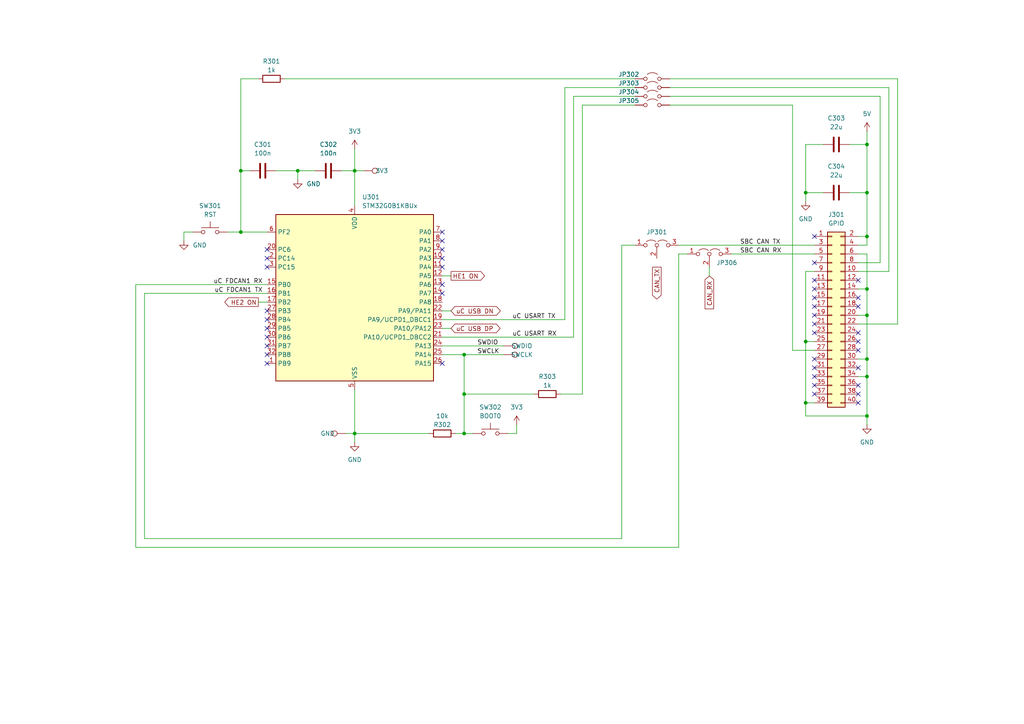
<source format=kicad_sch>
(kicad_sch (version 20250114) (generator "eeschema") (generator_version "9.0")
  (paper "A4")
  (title_block (title "EWS - Power, CANbus and USB HAT for 3D Printers") (date "2025-12-04") (rev "0.1") (company "Eduard Iten"))
  (lib_symbols
    (symbol "Connector_Generic:Conn_02x20_Odd_Even" (pin_names (offset 1.016) (hide yes))
      (property "Reference" "J" (at 1.27 25.4 0))
      (property "Value" "Conn_02x20_Odd_Even" (at 1.27 -27.94 0))
      (symbol "Conn_02x20_Odd_Even_1_1"
        (rectangle (start -1.27 24.13) (end 3.81 -26.67) (stroke (width 0.254)) (fill (type background)))
        (rectangle (start -1.27 22.987) (end 0 22.733) (stroke (width 0.1524)))
        (rectangle (start -1.27 20.447) (end 0 20.193) (stroke (width 0.1524)))
        (rectangle (start -1.27 17.907) (end 0 17.653) (stroke (width 0.1524)))
        (rectangle (start -1.27 15.367) (end 0 15.113) (stroke (width 0.1524)))
        (rectangle (start -1.27 12.827) (end 0 12.573) (stroke (width 0.1524)))
        (rectangle (start -1.27 10.287) (end 0 10.033) (stroke (width 0.1524)))
        (rectangle (start -1.27 7.747) (end 0 7.493) (stroke (width 0.1524)))
        (rectangle (start -1.27 5.207) (end 0 4.953) (stroke (width 0.1524)))
        (rectangle (start -1.27 2.667) (end 0 2.413) (stroke (width 0.1524)))
        (rectangle (start -1.27 0.127) (end 0 -0.127) (stroke (width 0.1524)))
        (rectangle (start -1.27 -2.413) (end 0 -2.667) (stroke (width 0.1524)))
        (rectangle (start -1.27 -4.953) (end 0 -5.207) (stroke (width 0.1524)))
        (rectangle (start -1.27 -7.493) (end 0 -7.747) (stroke (width 0.1524)))
        (rectangle (start -1.27 -10.033) (end 0 -10.287) (stroke (width 0.1524)))
        (rectangle (start -1.27 -12.573) (end 0 -12.827) (stroke (width 0.1524)))
        (rectangle (start -1.27 -15.113) (end 0 -15.367) (stroke (width 0.1524)))
        (rectangle (start -1.27 -17.653) (end 0 -17.907) (stroke (width 0.1524)))
        (rectangle (start -1.27 -20.193) (end 0 -20.447) (stroke (width 0.1524)))
        (rectangle (start -1.27 -22.733) (end 0 -22.987) (stroke (width 0.1524)))
        (rectangle (start -1.27 -25.273) (end 0 -25.527) (stroke (width 0.1524)))
        (rectangle (start 3.81 22.987) (end 2.54 22.733) (stroke (width 0.1524)))
        (rectangle (start 3.81 20.447) (end 2.54 20.193) (stroke (width 0.1524)))
        (rectangle (start 3.81 17.907) (end 2.54 17.653) (stroke (width 0.1524)))
        (rectangle (start 3.81 15.367) (end 2.54 15.113) (stroke (width 0.1524)))
        (rectangle (start 3.81 12.827) (end 2.54 12.573) (stroke (width 0.1524)))
        (rectangle (start 3.81 10.287) (end 2.54 10.033) (stroke (width 0.1524)))
        (rectangle (start 3.81 7.747) (end 2.54 7.493) (stroke (width 0.1524)))
        (rectangle (start 3.81 5.207) (end 2.54 4.953) (stroke (width 0.1524)))
        (rectangle (start 3.81 2.667) (end 2.54 2.413) (stroke (width 0.1524)))
        (rectangle (start 3.81 0.127) (end 2.54 -0.127) (stroke (width 0.1524)))
        (rectangle (start 3.81 -2.413) (end 2.54 -2.667) (stroke (width 0.1524)))
        (rectangle (start 3.81 -4.953) (end 2.54 -5.207) (stroke (width 0.1524)))
        (rectangle (start 3.81 -7.493) (end 2.54 -7.747) (stroke (width 0.1524)))
        (rectangle (start 3.81 -10.033) (end 2.54 -10.287) (stroke (width 0.1524)))
        (rectangle (start 3.81 -12.573) (end 2.54 -12.827) (stroke (width 0.1524)))
        (rectangle (start 3.81 -15.113) (end 2.54 -15.367) (stroke (width 0.1524)))
        (rectangle (start 3.81 -17.653) (end 2.54 -17.907) (stroke (width 0.1524)))
        (rectangle (start 3.81 -20.193) (end 2.54 -20.447) (stroke (width 0.1524)))
        (rectangle (start 3.81 -22.733) (end 2.54 -22.987) (stroke (width 0.1524)))
        (rectangle (start 3.81 -25.273) (end 2.54 -25.527) (stroke (width 0.1524)))
        (pin passive line (at -5.08 22.86 0) (length 3.81) (name "Pin_1") (number "1"))
        (pin passive line (at -5.08 20.32 0) (length 3.81) (name "Pin_3") (number "3"))
        (pin passive line (at -5.08 17.78 0) (length 3.81) (name "Pin_5") (number "5"))
        (pin passive line (at -5.08 15.24 0) (length 3.81) (name "Pin_7") (number "7"))
        (pin passive line (at -5.08 12.7 0) (length 3.81) (name "Pin_9") (number "9"))
        (pin passive line (at -5.08 10.16 0) (length 3.81) (name "Pin_11") (number "11"))
        (pin passive line (at -5.08 7.62 0) (length 3.81) (name "Pin_13") (number "13"))
        (pin passive line (at -5.08 5.08 0) (length 3.81) (name "Pin_15") (number "15"))
        (pin passive line (at -5.08 2.54 0) (length 3.81) (name "Pin_17") (number "17"))
        (pin passive line (at -5.08 0 0) (length 3.81) (name "Pin_19") (number "19"))
        (pin passive line (at -5.08 -2.54 0) (length 3.81) (name "Pin_21") (number "21"))
        (pin passive line (at -5.08 -5.08 0) (length 3.81) (name "Pin_23") (number "23"))
        (pin passive line (at -5.08 -7.62 0) (length 3.81) (name "Pin_25") (number "25"))
        (pin passive line (at -5.08 -10.16 0) (length 3.81) (name "Pin_27") (number "27"))
        (pin passive line (at -5.08 -12.7 0) (length 3.81) (name "Pin_29") (number "29"))
        (pin passive line (at -5.08 -15.24 0) (length 3.81) (name "Pin_31") (number "31"))
        (pin passive line (at -5.08 -17.78 0) (length 3.81) (name "Pin_33") (number "33"))
        (pin passive line (at -5.08 -20.32 0) (length 3.81) (name "Pin_35") (number "35"))
        (pin passive line (at -5.08 -22.86 0) (length 3.81) (name "Pin_37") (number "37"))
        (pin passive line (at -5.08 -25.4 0) (length 3.81) (name "Pin_39") (number "39"))
        (pin passive line (at 7.62 22.86 180) (length 3.81) (name "Pin_2") (number "2"))
        (pin passive line (at 7.62 20.32 180) (length 3.81) (name "Pin_4") (number "4"))
        (pin passive line (at 7.62 17.78 180) (length 3.81) (name "Pin_6") (number "6"))
        (pin passive line (at 7.62 15.24 180) (length 3.81) (name "Pin_8") (number "8"))
        (pin passive line (at 7.62 12.7 180) (length 3.81) (name "Pin_10") (number "10"))
        (pin passive line (at 7.62 10.16 180) (length 3.81) (name "Pin_12") (number "12"))
        (pin passive line (at 7.62 7.62 180) (length 3.81) (name "Pin_14") (number "14"))
        (pin passive line (at 7.62 5.08 180) (length 3.81) (name "Pin_16") (number "16"))
        (pin passive line (at 7.62 2.54 180) (length 3.81) (name "Pin_18") (number "18"))
        (pin passive line (at 7.62 0 180) (length 3.81) (name "Pin_20") (number "20"))
        (pin passive line (at 7.62 -2.54 180) (length 3.81) (name "Pin_22") (number "22"))
        (pin passive line (at 7.62 -5.08 180) (length 3.81) (name "Pin_24") (number "24"))
        (pin passive line (at 7.62 -7.62 180) (length 3.81) (name "Pin_26") (number "26"))
        (pin passive line (at 7.62 -10.16 180) (length 3.81) (name "Pin_28") (number "28"))
        (pin passive line (at 7.62 -12.7 180) (length 3.81) (name "Pin_30") (number "30"))
        (pin passive line (at 7.62 -15.24 180) (length 3.81) (name "Pin_32") (number "32"))
        (pin passive line (at 7.62 -17.78 180) (length 3.81) (name "Pin_34") (number "34"))
        (pin passive line (at 7.62 -20.32 180) (length 3.81) (name "Pin_36") (number "36"))
        (pin passive line (at 7.62 -22.86 180) (length 3.81) (name "Pin_38") (number "38"))
        (pin passive line (at 7.62 -25.4 180) (length 3.81) (name "Pin_40") (number "40"))
      )
    )
    (symbol "Device:C" (pin_numbers (hide yes)) (pin_names (offset 0.254))
      (property "Reference" "C" (at 0.635 2.54 0))
      (property "Value" "C" (at 0.635 -2.54 0))
      (symbol "C_0_1"
        (polyline (pts (xy -2.032 0.762) (xy 2.032 0.762)) (stroke (width 0.508)))
        (polyline (pts (xy -2.032 -0.762) (xy 2.032 -0.762)) (stroke (width 0.508)))
      )
      (symbol "C_1_1"
        (pin passive line (at 0 3.81 270) (length 2.794) (name "~") (number "1"))
        (pin passive line (at 0 -3.81 90) (length 2.794) (name "~") (number "2"))
      )
    )
    (symbol "Device:R" (pin_numbers (hide yes)) (pin_names (offset 0))
      (property "Reference" "R" (at 2.032 0 90))
      (property "Value" "R" (at 0 0 90))
      (symbol "R_0_1"
        (rectangle (start -1.016 -2.54) (end 1.016 2.54) (stroke (width 0.254)))
      )
      (symbol "R_1_1"
        (pin passive line (at 0 3.81 270) (length 1.27) (name "~") (number "1"))
        (pin passive line (at 0 -3.81 90) (length 1.27) (name "~") (number "2"))
      )
    )
    (symbol "Jumper:Jumper_2_Open" (pin_numbers (hide yes)) (pin_names (offset 0) (hide yes))
      (property "Reference" "JP" (at 0 2.794 0))
      (property "Value" "Jumper_2_Open" (at 0 -2.286 0))
      (symbol "Jumper_2_Open_0_0"
        (circle (center -2.032 0) (radius 0.508))
        (circle (center 2.032 0) (radius 0.508))
      )
      (symbol "Jumper_2_Open_0_1"
        (arc (start -1.524 1.27) (mid 0 1.778) (end 1.524 1.27))
      )
      (symbol "Jumper_2_Open_1_1"
        (pin passive line (at -5.08 0 0) (length 2.54) (name "A") (number "1"))
        (pin passive line (at 5.08 0 180) (length 2.54) (name "B") (number "2"))
      )
    )
    (symbol "Jumper:Jumper_3_Open" (pin_names (offset 0) (hide yes)) (in_bom no)
      (property "Reference" "JP" (at -2.54 -2.54 0))
      (property "Value" "Jumper_3_Open" (at 0 2.794 0))
      (symbol "Jumper_3_Open_0_0"
        (circle (center -3.302 0) (radius 0.508))
        (circle (center 0 0) (radius 0.508))
        (circle (center 3.302 0) (radius 0.508))
      )
      (symbol "Jumper_3_Open_0_1"
        (arc (start -3.048 1.016) (mid -1.651 1.4992) (end -0.254 1.016))
        (polyline (pts (xy 0 -0.508) (xy 0 -1.27)))
        (arc (start 0.254 1.016) (mid 1.651 1.4992) (end 3.048 1.016))
      )
      (symbol "Jumper_3_Open_1_1"
        (pin passive line (at -6.35 0 0) (length 2.54) (name "A") (number "1"))
        (pin passive line (at 0 -3.81 90) (length 2.54) (name "C") (number "2"))
        (pin passive line (at 6.35 0 180) (length 2.54) (name "B") (number "3"))
      )
    )
    (symbol "MCU_ST_STM32G0:STM32G0B1KBUx"
      (property "Reference" "U" (at -22.86 26.67 0))
      (property "Value" "STM32G0B1KBUx" (at 2.54 26.67 0))
      (symbol "STM32G0B1KBUx_0_1"
        (rectangle (start -22.86 -22.86) (end 22.86 25.4) (stroke (width 0.254)) (fill (type background)))
      )
      (symbol "STM32G0B1KBUx_1_1"
        (pin bidirectional line (at -25.4 20.32 0) (length 2.54) (name "PF2") (number "6"))
        (pin bidirectional line (at -25.4 15.24 0) (length 2.54) (name "PC6") (number "20"))
        (pin bidirectional line (at -25.4 12.7 0) (length 2.54) (name "PC14") (number "2"))
        (pin bidirectional line (at -25.4 10.16 0) (length 2.54) (name "PC15") (number "3"))
        (pin bidirectional line (at -25.4 5.08 0) (length 2.54) (name "PB0") (number "15"))
        (pin bidirectional line (at -25.4 2.54 0) (length 2.54) (name "PB1") (number "16"))
        (pin bidirectional line (at -25.4 0 0) (length 2.54) (name "PB2") (number "17"))
        (pin bidirectional line (at -25.4 -2.54 0) (length 2.54) (name "PB3") (number "27"))
        (pin bidirectional line (at -25.4 -5.08 0) (length 2.54) (name "PB4") (number "28"))
        (pin bidirectional line (at -25.4 -7.62 0) (length 2.54) (name "PB5") (number "29"))
        (pin bidirectional line (at -25.4 -10.16 0) (length 2.54) (name "PB6") (number "30"))
        (pin bidirectional line (at -25.4 -12.7 0) (length 2.54) (name "PB7") (number "31"))
        (pin bidirectional line (at -25.4 -15.24 0) (length 2.54) (name "PB8") (number "32"))
        (pin bidirectional line (at -25.4 -17.78 0) (length 2.54) (name "PB9") (number "1"))
        (pin power_in line (at 0 27.94 270) (length 2.54) (name "VDD") (number "4"))
        (pin passive line (at 0 -25.4 90) (length 2.54) (hide yes) (name "VSS") (number "33"))
        (pin power_in line (at 0 -25.4 90) (length 2.54) (name "VSS") (number "5"))
        (pin bidirectional line (at 25.4 20.32 180) (length 2.54) (name "PA0") (number "7"))
        (pin bidirectional line (at 25.4 17.78 180) (length 2.54) (name "PA1") (number "8"))
        (pin bidirectional line (at 25.4 15.24 180) (length 2.54) (name "PA2") (number "9"))
        (pin bidirectional line (at 25.4 12.7 180) (length 2.54) (name "PA3") (number "10"))
        (pin bidirectional line (at 25.4 10.16 180) (length 2.54) (name "PA4") (number "11"))
        (pin bidirectional line (at 25.4 7.62 180) (length 2.54) (name "PA5") (number "12"))
        (pin bidirectional line (at 25.4 5.08 180) (length 2.54) (name "PA6") (number "13"))
        (pin bidirectional line (at 25.4 2.54 180) (length 2.54) (name "PA7") (number "14"))
        (pin bidirectional line (at 25.4 0 180) (length 2.54) (name "PA8") (number "18"))
        (pin bidirectional line (at 25.4 -2.54 180) (length 2.54) (name "PA9/PA11") (number "22"))
        (pin bidirectional line (at 25.4 -5.08 180) (length 2.54) (name "PA9/UCPD1_DBCC1") (number "19"))
        (pin bidirectional line (at 25.4 -7.62 180) (length 2.54) (name "PA10/PA12") (number "23"))
        (pin bidirectional line (at 25.4 -10.16 180) (length 2.54) (name "PA10/UCPD1_DBCC2") (number "21"))
        (pin bidirectional line (at 25.4 -12.7 180) (length 2.54) (name "PA13") (number "24"))
        (pin bidirectional line (at 25.4 -15.24 180) (length 2.54) (name "PA14") (number "25"))
        (pin bidirectional line (at 25.4 -17.78 180) (length 2.54) (name "PA15") (number "26"))
      )
    )
    (symbol "NamedTestPoint_1" (pin_numbers (hide yes)) (pin_names (offset 0.762) (hide yes))
      (property "Value" "${SHORT_NET_NAME(1)}" (at 0 6.35 0))
      (symbol "NamedTestPoint_1_0_1"
        (circle (center 0 3.302) (radius 0.762))
      )
      (symbol "NamedTestPoint_1_1_1"
        (pin passive line (at 0 0 90) (length 2.54) (name "1") (number "1"))
      )
    )
    (symbol "Switch:SW_Push" (pin_numbers (hide yes)) (pin_names (offset 1.016) (hide yes))
      (property "Reference" "SW" (at 1.27 2.54 0))
      (property "Value" "SW_Push" (at 0 -1.524 0))
      (symbol "SW_Push_0_1"
        (circle (center -2.032 0) (radius 0.508))
        (polyline (pts (xy 0 1.27) (xy 0 3.048)))
        (circle (center 2.032 0) (radius 0.508))
        (polyline (pts (xy 2.54 1.27) (xy -2.54 1.27)))
        (pin passive line (at -5.08 0 0) (length 2.54) (name "1") (number "1"))
        (pin passive line (at 5.08 0 180) (length 2.54) (name "2") (number "2"))
      )
    )
    (symbol "power:+3.3V" (power) (pin_numbers (hide yes)) (pin_names (offset 0) (hide yes))
      (property "Value" "+3.3V" (at 0 3.556 0))
      (symbol "+3.3V_0_1"
        (polyline (pts (xy -0.762 1.27) (xy 0 2.54)))
        (polyline (pts (xy 0 2.54) (xy 0.762 1.27)))
        (polyline (pts (xy 0 0) (xy 0 2.54)))
      )
      (symbol "+3.3V_1_1"
        (pin power_in line (at 0 0 90) (length 0) (name "~") (number "1"))
      )
    )
    (symbol "power:GND" (power) (pin_numbers (hide yes)) (pin_names (offset 0) (hide yes))
      (property "Value" "GND" (at 0 -3.81 0))
      (symbol "GND_0_1"
        (polyline (pts (xy 0 0) (xy 0 -1.27) (xy 1.27 -1.27) (xy 0 -2.54) (xy -1.27 -1.27) (xy 0 -1.27)))
      )
      (symbol "GND_1_1"
        (pin power_in line (at 0 0 270) (length 0) (name "~") (number "1"))
      )
    )
  )
  (junction (at 69.85 67.31))
  (junction (at 251.46 68.58))
  (junction (at 233.68 116.84))
  (junction (at 134.62 102.87))
  (junction (at 233.68 55.88))
  (junction (at 102.87 49.53))
  (junction (at 69.85 49.53))
  (junction (at 251.46 91.44))
  (junction (at 251.46 83.82))
  (junction (at 233.68 99.06))
  (junction (at 251.46 41.91))
  (junction (at 134.62 114.3))
  (junction (at 251.46 120.65))
  (junction (at 134.62 125.73))
  (junction (at 86.36 49.53))
  (junction (at 251.46 55.88))
  (junction (at 251.46 104.14))
  (junction (at 102.87 125.73))
  (junction (at 251.46 109.22))
  (no_connect (at 248.92 99.06))
  (no_connect (at 236.22 109.22))
  (no_connect (at 248.92 81.28))
  (no_connect (at 248.92 86.36))
  (no_connect (at 236.22 88.9))
  (no_connect (at 236.22 96.52))
  (no_connect (at 236.22 111.76))
  (no_connect (at 236.22 106.68))
  (no_connect (at 128.27 74.93))
  (no_connect (at 248.92 96.52))
  (no_connect (at 248.92 116.84))
  (no_connect (at 128.27 69.85))
  (no_connect (at 77.47 105.41))
  (no_connect (at 128.27 72.39))
  (no_connect (at 77.47 90.17))
  (no_connect (at 77.47 95.25))
  (no_connect (at 236.22 104.14))
  (no_connect (at 77.47 97.79))
  (no_connect (at 248.92 114.3))
  (no_connect (at 128.27 82.55))
  (no_connect (at 128.27 77.47))
  (no_connect (at 236.22 86.36))
  (no_connect (at 248.92 101.6))
  (no_connect (at 77.47 92.71))
  (no_connect (at 77.47 72.39))
  (no_connect (at 236.22 81.28))
  (no_connect (at 128.27 85.09))
  (no_connect (at 236.22 83.82))
  (no_connect (at 77.47 102.87))
  (no_connect (at 248.92 111.76))
  (no_connect (at 128.27 105.41))
  (no_connect (at 236.22 91.44))
  (no_connect (at 236.22 76.2))
  (no_connect (at 77.47 77.47))
  (no_connect (at 236.22 93.98))
  (no_connect (at 248.92 106.68))
  (no_connect (at 248.92 88.9))
  (no_connect (at 236.22 114.3))
  (no_connect (at 128.27 67.31))
  (no_connect (at 236.22 68.58))
  (no_connect (at 77.47 74.93))
  (no_connect (at 77.47 100.33))
  (wire (pts (xy 86.36 52.07) (xy 86.36 49.53)))
  (wire (pts (xy 39.37 82.55) (xy 77.47 82.55)))
  (wire (pts (xy 82.55 22.86) (xy 184.15 22.86)))
  (wire (pts (xy 251.46 123.19) (xy 251.46 120.65)))
  (wire (pts (xy 248.92 68.58) (xy 251.46 68.58)))
  (wire (pts (xy 128.27 102.87) (xy 134.62 102.87)))
  (wire (pts (xy 128.27 95.25) (xy 130.81 95.25)))
  (wire (pts (xy 233.68 78.74) (xy 233.68 99.06)))
  (wire (pts (xy 41.91 156.21) (xy 180.34 156.21)))
  (wire (pts (xy 128.27 92.71) (xy 163.83 92.71)))
  (wire (pts (xy 257.81 25.4) (xy 257.81 78.74)))
  (wire (pts (xy 233.68 55.88) (xy 233.68 58.42)))
  (wire (pts (xy 229.87 101.6) (xy 236.22 101.6)))
  (wire (pts (xy 205.74 77.47) (xy 205.74 80.01)))
  (wire (pts (xy 74.93 87.63) (xy 77.47 87.63)))
  (wire (pts (xy 134.62 114.3) (xy 134.62 125.73)))
  (wire (pts (xy 233.68 116.84) (xy 233.68 120.65)))
  (wire (pts (xy 69.85 22.86) (xy 69.85 49.53)))
  (wire (pts (xy 233.68 99.06) (xy 236.22 99.06)))
  (wire (pts (xy 72.39 49.53) (xy 69.85 49.53)))
  (wire (pts (xy 134.62 114.3) (xy 154.94 114.3)))
  (wire (pts (xy 248.92 83.82) (xy 251.46 83.82)))
  (wire (pts (xy 248.92 109.22) (xy 251.46 109.22)))
  (wire (pts (xy 251.46 83.82) (xy 251.46 91.44)))
  (wire (pts (xy 134.62 102.87) (xy 134.62 114.3)))
  (wire (pts (xy 251.46 109.22) (xy 251.46 120.65)))
  (wire (pts (xy 212.09 73.66) (xy 236.22 73.66)))
  (wire (pts (xy 162.56 114.3) (xy 168.91 114.3)))
  (wire (pts (xy 132.08 125.73) (xy 134.62 125.73)))
  (wire (pts (xy 86.36 49.53) (xy 91.44 49.53)))
  (wire (pts (xy 251.46 41.91) (xy 251.46 38.1)))
  (wire (pts (xy 194.31 22.86) (xy 260.35 22.86)))
  (wire (pts (xy 194.31 27.94) (xy 255.27 27.94)))
  (wire (pts (xy 196.85 73.66) (xy 196.85 158.75)))
  (wire (pts (xy 251.46 104.14) (xy 251.46 109.22)))
  (wire (pts (xy 180.34 71.12) (xy 184.15 71.12)))
  (wire (pts (xy 236.22 78.74) (xy 233.68 78.74)))
  (wire (pts (xy 39.37 158.75) (xy 196.85 158.75)))
  (wire (pts (xy 251.46 68.58) (xy 251.46 55.88)))
  (wire (pts (xy 251.46 73.66) (xy 251.46 83.82)))
  (wire (pts (xy 166.37 97.79) (xy 166.37 27.94)))
  (wire (pts (xy 166.37 27.94) (xy 184.15 27.94)))
  (wire (pts (xy 233.68 99.06) (xy 233.68 116.84)))
  (wire (pts (xy 260.35 93.98) (xy 248.92 93.98)))
  (wire (pts (xy 194.31 30.48) (xy 229.87 30.48)))
  (wire (pts (xy 128.27 100.33) (xy 146.05 100.33)))
  (wire (pts (xy 255.27 27.94) (xy 255.27 76.2)))
  (wire (pts (xy 251.46 71.12) (xy 251.46 68.58)))
  (wire (pts (xy 248.92 73.66) (xy 251.46 73.66)))
  (wire (pts (xy 163.83 92.71) (xy 163.83 25.4)))
  (wire (pts (xy 229.87 30.48) (xy 229.87 101.6)))
  (wire (pts (xy 102.87 43.18) (xy 102.87 49.53)))
  (wire (pts (xy 128.27 90.17) (xy 130.81 90.17)))
  (wire (pts (xy 41.91 85.09) (xy 41.91 156.21)))
  (wire (pts (xy 39.37 82.55) (xy 39.37 158.75)))
  (wire (pts (xy 124.46 125.73) (xy 102.87 125.73)))
  (wire (pts (xy 102.87 49.53) (xy 102.87 59.69)))
  (wire (pts (xy 194.31 25.4) (xy 257.81 25.4)))
  (wire (pts (xy 41.91 85.09) (xy 77.47 85.09)))
  (wire (pts (xy 251.46 55.88) (xy 251.46 41.91)))
  (wire (pts (xy 238.76 41.91) (xy 233.68 41.91)))
  (wire (pts (xy 196.85 71.12) (xy 236.22 71.12)))
  (wire (pts (xy 233.68 41.91) (xy 233.68 55.88)))
  (wire (pts (xy 130.81 80.01) (xy 128.27 80.01)))
  (wire (pts (xy 238.76 55.88) (xy 233.68 55.88)))
  (wire (pts (xy 257.81 78.74) (xy 248.92 78.74)))
  (wire (pts (xy 251.46 91.44) (xy 251.46 104.14)))
  (wire (pts (xy 246.38 41.91) (xy 251.46 41.91)))
  (wire (pts (xy 248.92 104.14) (xy 251.46 104.14)))
  (wire (pts (xy 163.83 25.4) (xy 184.15 25.4)))
  (wire (pts (xy 246.38 55.88) (xy 251.46 55.88)))
  (wire (pts (xy 102.87 125.73) (xy 102.87 128.27)))
  (wire (pts (xy 102.87 49.53) (xy 105.41 49.53)))
  (wire (pts (xy 248.92 71.12) (xy 251.46 71.12)))
  (wire (pts (xy 168.91 30.48) (xy 168.91 114.3)))
  (wire (pts (xy 128.27 97.79) (xy 166.37 97.79)))
  (wire (pts (xy 233.68 116.84) (xy 236.22 116.84)))
  (wire (pts (xy 134.62 125.73) (xy 137.16 125.73)))
  (wire (pts (xy 102.87 113.03) (xy 102.87 125.73)))
  (wire (pts (xy 134.62 102.87) (xy 146.05 102.87)))
  (wire (pts (xy 248.92 91.44) (xy 251.46 91.44)))
  (wire (pts (xy 55.88 67.31) (xy 53.34 67.31)))
  (wire (pts (xy 66.04 67.31) (xy 69.85 67.31)))
  (wire (pts (xy 53.34 67.31) (xy 53.34 69.85)))
  (wire (pts (xy 102.87 125.73) (xy 100.33 125.73)))
  (wire (pts (xy 180.34 71.12) (xy 180.34 156.21)))
  (wire (pts (xy 248.92 76.2) (xy 255.27 76.2)))
  (wire (pts (xy 233.68 120.65) (xy 251.46 120.65)))
  (wire (pts (xy 196.85 73.66) (xy 199.39 73.66)))
  (wire (pts (xy 77.47 67.31) (xy 69.85 67.31)))
  (wire (pts (xy 149.86 123.19) (xy 149.86 125.73)))
  (wire (pts (xy 99.06 49.53) (xy 102.87 49.53)))
  (wire (pts (xy 149.86 125.73) (xy 147.32 125.73)))
  (wire (pts (xy 69.85 22.86) (xy 74.93 22.86)))
  (wire (pts (xy 69.85 49.53) (xy 69.85 67.31)))
  (wire (pts (xy 168.91 30.48) (xy 184.15 30.48)))
  (wire (pts (xy 86.36 49.53) (xy 80.01 49.53)))
  (wire (pts (xy 260.35 22.86) (xy 260.35 93.98)))
  (label "SBC CAN TX" (at 214.63 71.12 0))
  (label "uC USART TX" (at 148.59 92.71 0))
  (label "uC USART RX" (at 148.59 97.79 0))
  (label "SWDIO" (at 138.43 100.33 0))
  (label "SWCLK" (at 138.43 102.87 0))
  (label "uC FDCAN1 TX" (at 76.2 85.09 180))
  (label "uC FDCAN1 RX" (at 76.2 82.55 180))
  (label "SBC CAN RX" (at 214.63 73.66 0))
  (global_label "uC USB DN" (shape bidirectional) (at 130.81 90.17 0) (property "Intersheetrefs" "${INTERSHEET_REFS}" (effects (hide yes))))
  (global_label "uC USB DP" (shape bidirectional) (at 130.81 95.25 0) (property "Intersheetrefs" "${INTERSHEET_REFS}" (effects (hide yes))))
  (global_label "CAN_TX" (shape output) (at 190.5 77.47 270) (property "Intersheetrefs" "${INTERSHEET_REFS}" (effects (hide yes))))
  (global_label "HE1 ON" (shape output) (at 130.81 80.01 0) (property "Intersheetrefs" "${INTERSHEET_REFS}" (effects (hide yes))))
  (global_label "HE2 ON" (shape output) (at 74.93 87.63 180) (property "Intersheetrefs" "${INTERSHEET_REFS}" (effects (hide yes))))
  (global_label "CAN_RX" (shape input) (at 205.74 80.01 270) (property "Intersheetrefs" "${INTERSHEET_REFS}" (effects (hide yes))))
  (symbol (lib_id "Jumper:Jumper_3_Open") (at 205.74 73.66 0) (unit 1) (in_bom no)
    (property "Reference" "JP306" (at 210.82 76.2 0))
    (property "Value" "Jumper_3_Open" (effects (hide yes)))
    (property "Footprint" "Connector_PinHeader_2.54mm:PinHeader_1x03_P2.54mm_Vertical" (effects (hide yes)))
    (property "Description" "Jumper, 3-pole, both open" (effects (hide yes)))
  )
  (symbol (lib_id "Jumper:Jumper_2_Open") (at 189.23 22.86 0) (unit 1)
    (property "Reference" "JP302" (at 185.42 21.59 0) (effects (justify right)))
    (property "Footprint" "Connector_PinHeader_2.54mm:PinHeader_1x02_P2.54mm_Vertical" (effects (hide yes)))
    (property "Description" "Jumper, 2-pole, open" (effects (hide yes)))
  )
  (symbol (lib_id "power:+3.3V") (at 251.46 38.1 0) (unit 1)
    (property "Reference" "#PWR0307" (effects (hide yes)))
    (property "Value" "5V" (at 251.46 33.02 0))
    (property "Description" "Power symbol creates a global label with name \"+3.3V\"" (effects (hide yes)))
  )
  (symbol (lib_id "power:GND") (at 86.36 52.07 0) (unit 1)
    (property "Reference" "#PWR0302" (effects (hide yes)))
    (property "Value" "GND" (at 88.9 53.3399 0) (effects (justify left)))
    (property "Description" "Power symbol creates a global label with name \"GND\" , ground" (effects (hide yes)))
  )
  (symbol (lib_id "MCU_ST_STM32G0:STM32G0B1KBUx") (at 102.87 87.63 0) (unit 1)
    (property "Reference" "U301" (at 105.0133 57.15 0) (effects (justify left)))
    (property "Value" "STM32G0B1KBUx" (at 105.0133 59.69 0) (effects (justify left)))
    (property "Footprint" "Package_DFN_QFN:QFN-32-1EP_5x5mm_P0.5mm_EP3.45x3.45mm" (effects (hide yes)))
    (property "Datasheet" "https://www.st.com/resource/en/datasheet/stm32g0b1kb.pdf" (effects (hide yes)))
    (property "Description" "STMicroelectronics Arm Cortex-M0+ MCU, 128KB flash, 144KB RAM, 64 MHz, 1.7-3.6V, 30 GPIO, UFQFPN32" (effects (hide yes)))
  )
  (symbol (lib_id "Switch:SW_Push") (at 142.24 125.73 0) (mirror y) (unit 1)
    (property "Reference" "SW302" (at 142.24 118.11 0))
    (property "Value" "BOOT0" (at 142.24 120.65 0))
    (property "Footprint" "Button_Switch_SMD:SW_SPST_TS-1088-xR020" (effects (hide yes)))
    (property "Description" "Push button switch, generic, two pins" (effects (hide yes)))
  )
  (symbol (lib_id "Jumper:Jumper_2_Open") (at 189.23 25.4 0) (unit 1)
    (property "Reference" "JP303" (at 185.42 24.13 0) (effects (justify right)))
    (property "Footprint" "Connector_PinHeader_2.54mm:PinHeader_1x02_P2.54mm_Vertical" (effects (hide yes)))
    (property "Description" "Jumper, 2-pole, open" (effects (hide yes)))
  )
  (symbol (lib_id "Device:C") (at 95.25 49.53 90) (unit 1)
    (property "Reference" "C302" (at 95.25 41.91 90))
    (property "Value" "100n" (at 95.25 44.45 90))
    (property "Footprint" "Capacitor_SMD:C_0402_1005Metric" (effects (hide yes)))
    (property "Description" "Unpolarized capacitor" (effects (hide yes)))
  )
  (symbol (lib_id "power:+3.3V") (at 149.86 123.19 0) (mirror y) (unit 1)
    (property "Reference" "#PWR0305" (effects (hide yes)))
    (property "Value" "3V3" (at 149.86 118.11 0))
    (property "Description" "Power symbol creates a global label with name \"+3.3V\"" (effects (hide yes)))
  )
  (symbol (lib_id "power:+3.3V") (at 102.87 43.18 0) (unit 1)
    (property "Reference" "#PWR0303" (effects (hide yes)))
    (property "Value" "3V3" (at 102.87 38.1 0))
    (property "Description" "Power symbol creates a global label with name \"+3.3V\"" (effects (hide yes)))
  )
  (symbol (lib_id "Jumper:Jumper_3_Open") (at 190.5 71.12 0) (unit 1) (in_bom no)
    (property "Reference" "JP301" (at 190.5 67.31 0))
    (property "Value" "Jumper_3_Open" (effects (hide yes)))
    (property "Footprint" "Connector_PinHeader_2.54mm:PinHeader_1x03_P2.54mm_Vertical" (effects (hide yes)))
    (property "Description" "Jumper, 3-pole, both open" (effects (hide yes)))
  )
  (symbol (lib_id "Switch:SW_Push") (at 60.96 67.31 0) (unit 1)
    (property "Reference" "SW301" (at 60.96 59.69 0))
    (property "Value" "RST" (at 60.96 62.23 0))
    (property "Footprint" "Button_Switch_SMD:SW_SPST_TS-1088-xR020" (effects (hide yes)))
    (property "Description" "Push button switch, generic, two pins" (effects (hide yes)))
  )
  (symbol (lib_id "Device:R") (at 158.75 114.3 270) (mirror x) (unit 1)
    (property "Reference" "R303" (at 158.75 109.22 90))
    (property "Value" "1k" (at 158.75 111.76 90))
    (property "Footprint" "Resistor_SMD:R_0402_1005Metric" (effects (hide yes)))
    (property "Description" "Resistor" (effects (hide yes)))
  )
  (symbol (lib_name "NamedTestPoint_1") (lib_id "project:NamedTestPoint") (at 105.41 49.53 270) (unit 1)
    (property "Reference" "TP302" (effects (hide yes)))
    (property "Value" "${SHORT_NET_NAME(1)}" (at 110.49 49.53 90) (effects (justify left)))
    (property "Footprint" "project:NAMED_TEST_POINT" (effects (hide yes)))
    (property "Description" "test point" (effects (hide yes)))
  )
  (symbol (lib_id "power:GND") (at 102.87 128.27 0) (unit 1)
    (property "Reference" "#PWR0304" (effects (hide yes)))
    (property "Value" "GND" (at 102.87 133.35 0))
    (property "Description" "Power symbol creates a global label with name \"GND\" , ground" (effects (hide yes)))
  )
  (symbol (lib_id "power:GND") (at 233.68 58.42 0) (unit 1)
    (property "Reference" "#PWR0306" (effects (hide yes)))
    (property "Value" "GND" (at 233.68 63.5 0))
    (property "Description" "Power symbol creates a global label with name \"GND\" , ground" (effects (hide yes)))
  )
  (symbol (lib_id "Device:R") (at 78.74 22.86 270) (mirror x) (unit 1)
    (property "Reference" "R301" (at 78.74 17.78 90))
    (property "Value" "1k" (at 78.74 20.32 90))
    (property "Footprint" "Resistor_SMD:R_0402_1005Metric" (effects (hide yes)))
    (property "Description" "Resistor" (effects (hide yes)))
  )
  (symbol (lib_id "Jumper:Jumper_2_Open") (at 189.23 27.94 0) (unit 1)
    (property "Reference" "JP304" (at 185.42 26.67 0) (effects (justify right)))
    (property "Footprint" "Connector_PinHeader_2.54mm:PinHeader_1x02_P2.54mm_Vertical" (effects (hide yes)))
    (property "Description" "Jumper, 2-pole, open" (effects (hide yes)))
  )
  (symbol (lib_id "power:GND") (at 251.46 123.19 0) (unit 1)
    (property "Reference" "#PWR0308" (effects (hide yes)))
    (property "Value" "GND" (at 251.46 128.27 0))
    (property "Description" "Power symbol creates a global label with name \"GND\" , ground" (effects (hide yes)))
  )
  (symbol (lib_id "Device:C") (at 242.57 55.88 90) (unit 1)
    (property "Reference" "C304" (at 242.57 48.26 90))
    (property "Value" "22u" (at 242.57 50.8 90))
    (property "Footprint" "Capacitor_SMD:C_1206_3216Metric" (effects (hide yes)))
    (property "Description" "Unpolarized capacitor" (effects (hide yes)))
  )
  (symbol (lib_id "Device:R") (at 128.27 125.73 270) (mirror x) (unit 1)
    (property "Reference" "R302" (at 128.27 123.19 90))
    (property "Value" "10k" (at 128.27 120.65 90))
    (property "Footprint" "Resistor_SMD:R_0402_1005Metric" (effects (hide yes)))
    (property "Description" "Resistor" (effects (hide yes)))
  )
  (symbol (lib_id "Device:C") (at 76.2 49.53 270) (unit 1)
    (property "Reference" "C301" (at 76.2 41.91 90))
    (property "Value" "100n" (at 76.2 44.45 90))
    (property "Footprint" "Capacitor_SMD:C_0402_1005Metric" (effects (hide yes)))
    (property "Description" "Unpolarized capacitor" (effects (hide yes)))
  )
  (symbol (lib_id "Jumper:Jumper_2_Open") (at 189.23 30.48 0) (unit 1)
    (property "Reference" "JP305" (at 185.42 29.21 0) (effects (justify right)))
    (property "Footprint" "Connector_PinHeader_2.54mm:PinHeader_1x02_P2.54mm_Vertical" (effects (hide yes)))
    (property "Description" "Jumper, 2-pole, open" (effects (hide yes)))
  )
  (symbol (lib_name "NamedTestPoint_1") (lib_id "project:NamedTestPoint") (at 100.33 125.73 90) (mirror x) (unit 1)
    (property "Reference" "TP301" (effects (hide yes)))
    (property "Value" "${SHORT_NET_NAME(1)}" (at 95.25 125.73 90) (effects (justify left)))
    (property "Footprint" "project:NAMED_TEST_POINT" (effects (hide yes)))
    (property "Description" "test point" (effects (hide yes)))
  )
  (symbol (lib_id "Connector_Generic:Conn_02x20_Odd_Even") (at 241.3 91.44 0) (unit 1)
    (property "Reference" "J301" (at 242.57 62.23 0))
    (property "Value" "GPIO" (at 242.57 64.77 0))
    (property "Footprint" "Connector_PinSocket_2.54mm:PinSocket_2x20_P2.54mm_Vertical" (effects (hide yes)))
    (property "Description" "Generic connector, double row, 02x20, odd/even pin numbering scheme (row 1 odd numbers, row 2 even numbers), script generated (kicad-library-utils/schlib/autogen/connector/)" (effects (hide yes)))
  )
  (symbol (lib_name "NamedTestPoint_1") (lib_id "project:NamedTestPoint") (at 146.05 102.87 270) (unit 1)
    (property "Reference" "TP304" (effects (hide yes)))
    (property "Value" "${SHORT_NET_NAME(1)}" (at 151.13 102.87 90) (effects (justify left)))
    (property "Footprint" "project:NAMED_TEST_POINT" (effects (hide yes)))
    (property "Description" "test point" (effects (hide yes)))
  )
  (symbol (lib_id "power:GND") (at 53.34 69.85 0) (unit 1)
    (property "Reference" "#PWR0301" (effects (hide yes)))
    (property "Value" "GND" (at 55.88 71.1199 0) (effects (justify left)))
    (property "Description" "Power symbol creates a global label with name \"GND\" , ground" (effects (hide yes)))
  )
  (symbol (lib_name "NamedTestPoint_1") (lib_id "project:NamedTestPoint") (at 146.05 100.33 270) (unit 1)
    (property "Reference" "TP303" (effects (hide yes)))
    (property "Value" "${SHORT_NET_NAME(1)}" (at 151.13 100.33 90) (effects (justify left)))
    (property "Footprint" "project:NAMED_TEST_POINT" (effects (hide yes)))
    (property "Description" "test point" (effects (hide yes)))
  )
  (symbol (lib_id "Device:C") (at 242.57 41.91 90) (unit 1)
    (property "Reference" "C303" (at 242.57 34.29 90))
    (property "Value" "22u" (at 242.57 36.83 90))
    (property "Footprint" "Capacitor_SMD:C_1206_3216Metric" (effects (hide yes)))
    (property "Description" "Unpolarized capacitor" (effects (hide yes)))
  )
)
</source>
